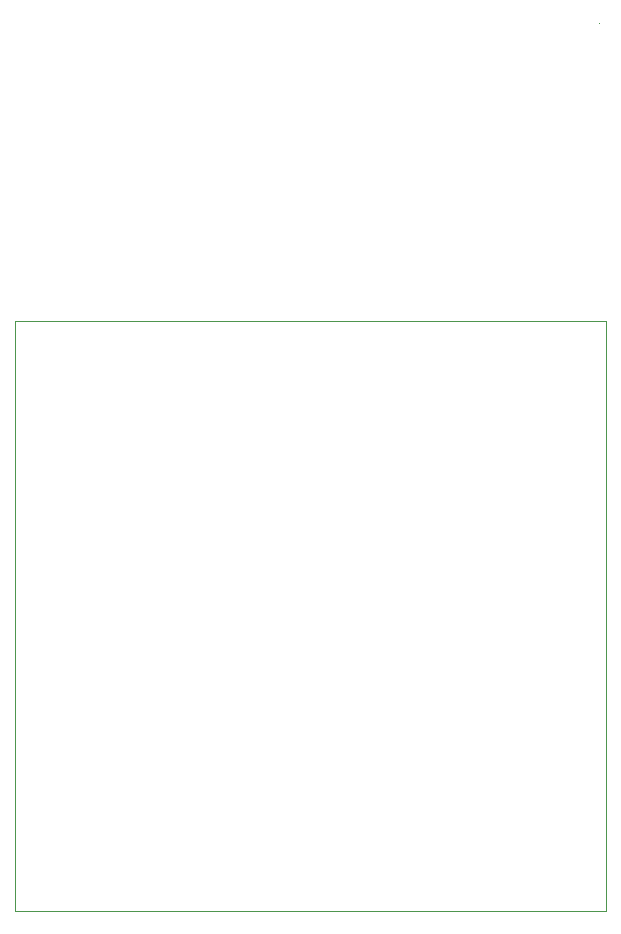
<source format=gbr>
%TF.GenerationSoftware,KiCad,Pcbnew,(5.1.6)-1*%
%TF.CreationDate,2021-04-05T13:25:22+09:00*%
%TF.ProjectId,StreamCam_H3_LTE,53747265-616d-4436-916d-5f48335f4c54,rev?*%
%TF.SameCoordinates,Original*%
%TF.FileFunction,Profile,NP*%
%FSLAX46Y46*%
G04 Gerber Fmt 4.6, Leading zero omitted, Abs format (unit mm)*
G04 Created by KiCad (PCBNEW (5.1.6)-1) date 2021-04-05 13:25:22*
%MOMM*%
%LPD*%
G01*
G04 APERTURE LIST*
%TA.AperFunction,Profile*%
%ADD10C,0.100000*%
%TD*%
G04 APERTURE END LIST*
D10*
X100000000Y-150000000D02*
X150000000Y-150000000D01*
X150000000Y-100000000D02*
X150000000Y-150000000D01*
X149430000Y-74790000D02*
X149430000Y-74780000D01*
X100000000Y-100000000D02*
X100000000Y-150000000D01*
X100000000Y-100000000D02*
X150000000Y-100000000D01*
M02*

</source>
